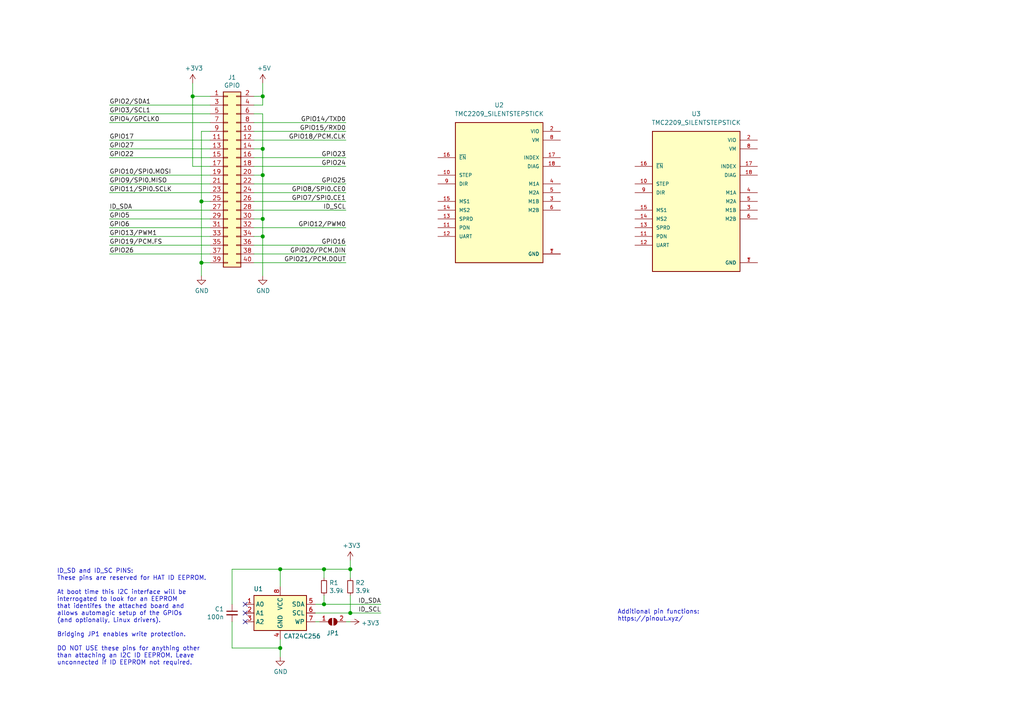
<source format=kicad_sch>
(kicad_sch (version 20231120) (generator "eeschema") (generator_version "8.0")
  (paper "A4")
  (title_block (date "15 nov 2012"))
  (lib_symbols
    (symbol "Connector_Generic:Conn_02x20_Odd_Even" (pin_names (offset 1.016) hide)
      (property "Reference" "J" (at 1.27 25.4 0))
      (property "Value" "Conn_02x20_Odd_Even" (at 1.27 -27.94 0))
      (symbol "Conn_02x20_Odd_Even_1_1"
        (rectangle (start -1.27 -25.273) (end 0 -25.527) (stroke (width 0.1524)))
        (rectangle (start -1.27 -22.733) (end 0 -22.987) (stroke (width 0.1524)))
        (rectangle (start -1.27 -20.193) (end 0 -20.447) (stroke (width 0.1524)))
        (rectangle (start -1.27 -17.653) (end 0 -17.907) (stroke (width 0.1524)))
        (rectangle (start -1.27 -15.113) (end 0 -15.367) (stroke (width 0.1524)))
        (rectangle (start -1.27 -12.573) (end 0 -12.827) (stroke (width 0.1524)))
        (rectangle (start -1.27 -10.033) (end 0 -10.287) (stroke (width 0.1524)))
        (rectangle (start -1.27 -7.493) (end 0 -7.747) (stroke (width 0.1524)))
        (rectangle (start -1.27 -4.953) (end 0 -5.207) (stroke (width 0.1524)))
        (rectangle (start -1.27 -2.413) (end 0 -2.667) (stroke (width 0.1524)))
        (rectangle (start -1.27 0.127) (end 0 -0.127) (stroke (width 0.1524)))
        (rectangle (start -1.27 2.667) (end 0 2.413) (stroke (width 0.1524)))
        (rectangle (start -1.27 5.207) (end 0 4.953) (stroke (width 0.1524)))
        (rectangle (start -1.27 7.747) (end 0 7.493) (stroke (width 0.1524)))
        (rectangle (start -1.27 10.287) (end 0 10.033) (stroke (width 0.1524)))
        (rectangle (start -1.27 12.827) (end 0 12.573) (stroke (width 0.1524)))
        (rectangle (start -1.27 15.367) (end 0 15.113) (stroke (width 0.1524)))
        (rectangle (start -1.27 17.907) (end 0 17.653) (stroke (width 0.1524)))
        (rectangle (start -1.27 20.447) (end 0 20.193) (stroke (width 0.1524)))
        (rectangle (start -1.27 22.987) (end 0 22.733) (stroke (width 0.1524)))
        (rectangle (start -1.27 24.13) (end 3.81 -26.67) (stroke (width 0.254)) (fill (type background)))
        (rectangle (start 3.81 -25.273) (end 2.54 -25.527) (stroke (width 0.1524)))
        (rectangle (start 3.81 -22.733) (end 2.54 -22.987) (stroke (width 0.1524)))
        (rectangle (start 3.81 -20.193) (end 2.54 -20.447) (stroke (width 0.1524)))
        (rectangle (start 3.81 -17.653) (end 2.54 -17.907) (stroke (width 0.1524)))
        (rectangle (start 3.81 -15.113) (end 2.54 -15.367) (stroke (width 0.1524)))
        (rectangle (start 3.81 -12.573) (end 2.54 -12.827) (stroke (width 0.1524)))
        (rectangle (start 3.81 -10.033) (end 2.54 -10.287) (stroke (width 0.1524)))
        (rectangle (start 3.81 -7.493) (end 2.54 -7.747) (stroke (width 0.1524)))
        (rectangle (start 3.81 -4.953) (end 2.54 -5.207) (stroke (width 0.1524)))
        (rectangle (start 3.81 -2.413) (end 2.54 -2.667) (stroke (width 0.1524)))
        (rectangle (start 3.81 0.127) (end 2.54 -0.127) (stroke (width 0.1524)))
        (rectangle (start 3.81 2.667) (end 2.54 2.413) (stroke (width 0.1524)))
        (rectangle (start 3.81 5.207) (end 2.54 4.953) (stroke (width 0.1524)))
        (rectangle (start 3.81 7.747) (end 2.54 7.493) (stroke (width 0.1524)))
        (rectangle (start 3.81 10.287) (end 2.54 10.033) (stroke (width 0.1524)))
        (rectangle (start 3.81 12.827) (end 2.54 12.573) (stroke (width 0.1524)))
        (rectangle (start 3.81 15.367) (end 2.54 15.113) (stroke (width 0.1524)))
        (rectangle (start 3.81 17.907) (end 2.54 17.653) (stroke (width 0.1524)))
        (rectangle (start 3.81 20.447) (end 2.54 20.193) (stroke (width 0.1524)))
        (rectangle (start 3.81 22.987) (end 2.54 22.733) (stroke (width 0.1524)))
        (pin passive line (at -5.08 22.86 0) (length 3.81) (name "Pin_1") (number "1"))
        (pin passive line (at 7.62 12.7 180) (length 3.81) (name "Pin_10") (number "10"))
        (pin passive line (at -5.08 10.16 0) (length 3.81) (name "Pin_11") (number "11"))
        (pin passive line (at 7.62 10.16 180) (length 3.81) (name "Pin_12") (number "12"))
        (pin passive line (at -5.08 7.62 0) (length 3.81) (name "Pin_13") (number "13"))
        (pin passive line (at 7.62 7.62 180) (length 3.81) (name "Pin_14") (number "14"))
        (pin passive line (at -5.08 5.08 0) (length 3.81) (name "Pin_15") (number "15"))
        (pin passive line (at 7.62 5.08 180) (length 3.81) (name "Pin_16") (number "16"))
        (pin passive line (at -5.08 2.54 0) (length 3.81) (name "Pin_17") (number "17"))
        (pin passive line (at 7.62 2.54 180) (length 3.81) (name "Pin_18") (number "18"))
        (pin passive line (at -5.08 0 0) (length 3.81) (name "Pin_19") (number "19"))
        (pin passive line (at 7.62 22.86 180) (length 3.81) (name "Pin_2") (number "2"))
        (pin passive line (at 7.62 0 180) (length 3.81) (name "Pin_20") (number "20"))
        (pin passive line (at -5.08 -2.54 0) (length 3.81) (name "Pin_21") (number "21"))
        (pin passive line (at 7.62 -2.54 180) (length 3.81) (name "Pin_22") (number "22"))
        (pin passive line (at -5.08 -5.08 0) (length 3.81) (name "Pin_23") (number "23"))
        (pin passive line (at 7.62 -5.08 180) (length 3.81) (name "Pin_24") (number "24"))
        (pin passive line (at -5.08 -7.62 0) (length 3.81) (name "Pin_25") (number "25"))
        (pin passive line (at 7.62 -7.62 180) (length 3.81) (name "Pin_26") (number "26"))
        (pin passive line (at -5.08 -10.16 0) (length 3.81) (name "Pin_27") (number "27"))
        (pin passive line (at 7.62 -10.16 180) (length 3.81) (name "Pin_28") (number "28"))
        (pin passive line (at -5.08 -12.7 0) (length 3.81) (name "Pin_29") (number "29"))
        (pin passive line (at -5.08 20.32 0) (length 3.81) (name "Pin_3") (number "3"))
        (pin passive line (at 7.62 -12.7 180) (length 3.81) (name "Pin_30") (number "30"))
        (pin passive line (at -5.08 -15.24 0) (length 3.81) (name "Pin_31") (number "31"))
        (pin passive line (at 7.62 -15.24 180) (length 3.81) (name "Pin_32") (number "32"))
        (pin passive line (at -5.08 -17.78 0) (length 3.81) (name "Pin_33") (number "33"))
        (pin passive line (at 7.62 -17.78 180) (length 3.81) (name "Pin_34") (number "34"))
        (pin passive line (at -5.08 -20.32 0) (length 3.81) (name "Pin_35") (number "35"))
        (pin passive line (at 7.62 -20.32 180) (length 3.81) (name "Pin_36") (number "36"))
        (pin passive line (at -5.08 -22.86 0) (length 3.81) (name "Pin_37") (number "37"))
        (pin passive line (at 7.62 -22.86 180) (length 3.81) (name "Pin_38") (number "38"))
        (pin passive line (at -5.08 -25.4 0) (length 3.81) (name "Pin_39") (number "39"))
        (pin passive line (at 7.62 20.32 180) (length 3.81) (name "Pin_4") (number "4"))
        (pin passive line (at 7.62 -25.4 180) (length 3.81) (name "Pin_40") (number "40"))
        (pin passive line (at -5.08 17.78 0) (length 3.81) (name "Pin_5") (number "5"))
        (pin passive line (at 7.62 17.78 180) (length 3.81) (name "Pin_6") (number "6"))
        (pin passive line (at -5.08 15.24 0) (length 3.81) (name "Pin_7") (number "7"))
        (pin passive line (at 7.62 15.24 180) (length 3.81) (name "Pin_8") (number "8"))
        (pin passive line (at -5.08 12.7 0) (length 3.81) (name "Pin_9") (number "9"))
      )
    )
    (symbol "Device:C_Small" (pin_numbers hide) (pin_names (offset 0.254) hide)
      (property "Reference" "C" (at 0.254 1.778 0))
      (property "Value" "C_Small" (at 0.254 -2.032 0))
      (symbol "C_Small_0_1"
        (polyline (pts (xy -1.524 -0.508) (xy 1.524 -0.508)) (stroke (width 0.3302)))
        (polyline (pts (xy -1.524 0.508) (xy 1.524 0.508)) (stroke (width 0.3048)))
      )
      (symbol "C_Small_1_1"
        (pin passive line (at 0 2.54 270) (length 2.032) (name "~") (number "1"))
        (pin passive line (at 0 -2.54 90) (length 2.032) (name "~") (number "2"))
      )
    )
    (symbol "Device:R_Small" (pin_numbers hide) (pin_names (offset 0.254) hide)
      (property "Reference" "R" (at 0.762 0.508 0))
      (property "Value" "R_Small" (at 0.762 -1.016 0))
      (symbol "R_Small_0_1"
        (rectangle (start -0.762 1.778) (end 0.762 -1.778) (stroke (width 0.2032)))
      )
      (symbol "R_Small_1_1"
        (pin passive line (at 0 2.54 270) (length 0.762) (name "~") (number "1"))
        (pin passive line (at 0 -2.54 90) (length 0.762) (name "~") (number "2"))
      )
    )
    (symbol "Jumper:SolderJumper_2_Open" (pin_names (offset 0) hide)
      (property "Reference" "JP" (at 0 2.032 0))
      (property "Value" "SolderJumper_2_Open" (at 0 -2.54 0))
      (symbol "SolderJumper_2_Open_0_1"
        (arc (start -0.254 1.016) (mid -1.2656 0) (end -0.254 -1.016))
        (arc (start -0.254 1.016) (mid -1.2656 0) (end -0.254 -1.016) (fill (type outline)))
        (polyline (pts (xy -0.254 1.016) (xy -0.254 -1.016)))
        (polyline (pts (xy 0.254 1.016) (xy 0.254 -1.016)))
        (arc (start 0.254 -1.016) (mid 1.2656 0) (end 0.254 1.016))
        (arc (start 0.254 -1.016) (mid 1.2656 0) (end 0.254 1.016) (fill (type outline)))
      )
      (symbol "SolderJumper_2_Open_1_1"
        (pin passive line (at -3.81 0 0) (length 2.54) (name "A") (number "1"))
        (pin passive line (at 3.81 0 180) (length 2.54) (name "B") (number "2"))
      )
    )
    (symbol "Memory_EEPROM:CAT24C256"
      (property "Reference" "U" (at -6.35 6.35 0))
      (property "Value" "CAT24C256" (at 1.27 6.35 0))
      (symbol "CAT24C256_1_1"
        (rectangle (start -7.62 5.08) (end 7.62 -5.08) (stroke (width 0.254)) (fill (type background)))
        (pin input line (at -10.16 2.54 0) (length 2.54) (name "A0") (number "1"))
        (pin input line (at -10.16 0 0) (length 2.54) (name "A1") (number "2"))
        (pin input line (at -10.16 -2.54 0) (length 2.54) (name "A2") (number "3"))
        (pin power_in line (at 0 -7.62 90) (length 2.54) (name "GND") (number "4"))
        (pin bidirectional line (at 10.16 2.54 180) (length 2.54) (name "SDA") (number "5"))
        (pin input line (at 10.16 0 180) (length 2.54) (name "SCL") (number "6"))
        (pin input line (at 10.16 -2.54 180) (length 2.54) (name "WP") (number "7"))
        (pin power_in line (at 0 7.62 270) (length 2.54) (name "VCC") (number "8"))
      )
    )
    (symbol "TMC2209_SILENTSTEPSTICK:TMC2209_SILENTSTEPSTICK" (pin_names (offset 1.016))
      (property "Reference" "U" (at -12.7 22.86 0))
      (property "Value" "TMC2209_SILENTSTEPSTICK" (at -12.7 -22.86 0))
      (symbol "TMC2209_SILENTSTEPSTICK_0_0"
        (rectangle (start -12.7 -20.32) (end 12.7 20.32) (stroke (width 0.254)) (fill (type background)))
        (pin power_in line (at 17.78 -17.78 180) (length 5.08) (name "GND") (number "1"))
        (pin input line (at -17.78 5.08 0) (length 5.08) (name "STEP") (number "10"))
        (pin bidirectional line (at -17.78 -10.16 0) (length 5.08) (name "PDN") (number "11"))
        (pin bidirectional line (at -17.78 -12.7 0) (length 5.08) (name "UART") (number "12"))
        (pin input line (at -17.78 -7.62 0) (length 5.08) (name "SPRD") (number "13"))
        (pin input line (at -17.78 -5.08 0) (length 5.08) (name "MS2") (number "14"))
        (pin input line (at -17.78 -2.54 0) (length 5.08) (name "MS1") (number "15"))
        (pin input line (at -17.78 10.16 0) (length 5.08) (name "~{EN}") (number "16"))
        (pin output line (at 17.78 10.16 180) (length 5.08) (name "INDEX") (number "17"))
        (pin output line (at 17.78 7.62 180) (length 5.08) (name "DIAG") (number "18"))
        (pin power_in line (at 17.78 17.78 180) (length 5.08) (name "VIO") (number "2"))
        (pin output line (at 17.78 -2.54 180) (length 5.08) (name "M1B") (number "3"))
        (pin output line (at 17.78 2.54 180) (length 5.08) (name "M1A") (number "4"))
        (pin output line (at 17.78 0 180) (length 5.08) (name "M2A") (number "5"))
        (pin output line (at 17.78 -5.08 180) (length 5.08) (name "M2B") (number "6"))
        (pin power_in line (at 17.78 -17.78 180) (length 5.08) (name "GND") (number "7"))
        (pin power_in line (at 17.78 15.24 180) (length 5.08) (name "VM") (number "8"))
        (pin input line (at -17.78 2.54 0) (length 5.08) (name "DIR") (number "9"))
      )
    )
    (symbol "power:+3.3V" (power) (pin_names (offset 0))
      (property "Value" "+3.3V" (at 0 3.556 0))
      (symbol "+3.3V_0_1"
        (polyline (pts (xy -0.762 1.27) (xy 0 2.54)))
        (polyline (pts (xy 0 0) (xy 0 2.54)))
        (polyline (pts (xy 0 2.54) (xy 0.762 1.27)))
      )
      (symbol "+3.3V_1_1"
        (pin power_in line (at 0 0 90) (length 0) hide (name "+3V3") (number "1"))
      )
    )
    (symbol "power:+5V" (power) (pin_names (offset 0))
      (property "Value" "+5V" (at 0 3.556 0))
      (symbol "+5V_0_1"
        (polyline (pts (xy -0.762 1.27) (xy 0 2.54)))
        (polyline (pts (xy 0 0) (xy 0 2.54)))
        (polyline (pts (xy 0 2.54) (xy 0.762 1.27)))
      )
      (symbol "+5V_1_1"
        (pin power_in line (at 0 0 90) (length 0) hide (name "+5V") (number "1"))
      )
    )
    (symbol "power:GND" (power) (pin_names (offset 0))
      (property "Value" "GND" (at 0 -3.81 0))
      (symbol "GND_0_1"
        (polyline (pts (xy 0 0) (xy 0 -1.27) (xy 1.27 -1.27) (xy 0 -2.54) (xy -1.27 -1.27) (xy 0 -1.27)))
      )
      (symbol "GND_1_1"
        (pin power_in line (at 0 0 270) (length 0) hide (name "GND") (number "1"))
      )
    )
  )
  (junction (at 93.98 175.26) (diameter 1.016))
  (junction (at 76.2 27.94) (diameter 1.016))
  (junction (at 81.28 187.96) (diameter 1.016))
  (junction (at 76.2 43.18) (diameter 1.016))
  (junction (at 81.28 165.1) (diameter 1.016))
  (junction (at 101.6 165.1) (diameter 1.016))
  (junction (at 58.42 76.2) (diameter 1.016))
  (junction (at 58.42 58.42) (diameter 1.016))
  (junction (at 76.2 68.58) (diameter 1.016))
  (junction (at 76.2 63.5) (diameter 1.016))
  (junction (at 76.2 50.8) (diameter 1.016))
  (junction (at 101.6 177.8) (diameter 1.016))
  (junction (at 55.88 27.94) (diameter 1.016))
  (junction (at 93.98 165.1) (diameter 1.016))
  (no_connect (at 71.12 175.26))
  (no_connect (at 71.12 177.8))
  (no_connect (at 71.12 180.34))
  (wire (pts (xy 58.42 58.42) (xy 58.42 76.2)))
  (wire (pts (xy 73.66 58.42) (xy 100.33 58.42)))
  (wire (pts (xy 60.96 40.64) (xy 31.75 40.64)))
  (wire (pts (xy 81.28 165.1) (xy 93.98 165.1)))
  (wire (pts (xy 101.6 165.1) (xy 93.98 165.1)))
  (wire (pts (xy 101.6 167.64) (xy 101.6 165.1)))
  (wire (pts (xy 76.2 33.02) (xy 76.2 43.18)))
  (wire (pts (xy 76.2 50.8) (xy 73.66 50.8)))
  (wire (pts (xy 76.2 63.5) (xy 76.2 68.58)))
  (wire (pts (xy 76.2 50.8) (xy 76.2 63.5)))
  (wire (pts (xy 73.66 35.56) (xy 100.33 35.56)))
  (wire (pts (xy 58.42 38.1) (xy 58.42 58.42)))
  (wire (pts (xy 91.44 175.26) (xy 93.98 175.26)))
  (wire (pts (xy 93.98 175.26) (xy 110.49 175.26)))
  (wire (pts (xy 58.42 38.1) (xy 60.96 38.1)))
  (wire (pts (xy 91.44 180.34) (xy 92.71 180.34)))
  (wire (pts (xy 100.33 180.34) (xy 101.6 180.34)))
  (wire (pts (xy 73.66 55.88) (xy 100.33 55.88)))
  (wire (pts (xy 60.96 60.96) (xy 31.75 60.96)))
  (wire (pts (xy 31.75 63.5) (xy 60.96 63.5)))
  (wire (pts (xy 58.42 58.42) (xy 60.96 58.42)))
  (wire (pts (xy 101.6 162.56) (xy 101.6 165.1)))
  (wire (pts (xy 73.66 45.72) (xy 100.33 45.72)))
  (wire (pts (xy 81.28 165.1) (xy 81.28 170.18)))
  (wire (pts (xy 73.66 76.2) (xy 100.33 76.2)))
  (wire (pts (xy 58.42 76.2) (xy 58.42 80.01)))
  (wire (pts (xy 31.75 43.18) (xy 60.96 43.18)))
  (wire (pts (xy 101.6 172.72) (xy 101.6 177.8)))
  (wire (pts (xy 55.88 24.13) (xy 55.88 27.94)))
  (wire (pts (xy 76.2 68.58) (xy 73.66 68.58)))
  (wire (pts (xy 31.75 33.02) (xy 60.96 33.02)))
  (wire (pts (xy 31.75 55.88) (xy 60.96 55.88)))
  (wire (pts (xy 55.88 48.26) (xy 60.96 48.26)))
  (wire (pts (xy 60.96 30.48) (xy 31.75 30.48)))
  (wire (pts (xy 76.2 27.94) (xy 76.2 30.48)))
  (wire (pts (xy 76.2 43.18) (xy 76.2 50.8)))
  (wire (pts (xy 73.66 40.64) (xy 100.33 40.64)))
  (wire (pts (xy 76.2 43.18) (xy 73.66 43.18)))
  (wire (pts (xy 76.2 24.13) (xy 76.2 27.94)))
  (wire (pts (xy 31.75 35.56) (xy 60.96 35.56)))
  (wire (pts (xy 93.98 165.1) (xy 93.98 167.64)))
  (wire (pts (xy 76.2 27.94) (xy 73.66 27.94)))
  (wire (pts (xy 55.88 27.94) (xy 55.88 48.26)))
  (wire (pts (xy 73.66 48.26) (xy 100.33 48.26)))
  (wire (pts (xy 73.66 38.1) (xy 100.33 38.1)))
  (wire (pts (xy 93.98 172.72) (xy 93.98 175.26)))
  (wire (pts (xy 91.44 177.8) (xy 101.6 177.8)))
  (wire (pts (xy 101.6 177.8) (xy 110.49 177.8)))
  (wire (pts (xy 31.75 45.72) (xy 60.96 45.72)))
  (wire (pts (xy 31.75 53.34) (xy 60.96 53.34)))
  (wire (pts (xy 31.75 66.04) (xy 60.96 66.04)))
  (wire (pts (xy 76.2 30.48) (xy 73.66 30.48)))
  (wire (pts (xy 31.75 71.12) (xy 60.96 71.12)))
  (wire (pts (xy 73.66 71.12) (xy 100.33 71.12)))
  (wire (pts (xy 73.66 66.04) (xy 100.33 66.04)))
  (wire (pts (xy 58.42 76.2) (xy 60.96 76.2)))
  (wire (pts (xy 73.66 73.66) (xy 100.33 73.66)))
  (wire (pts (xy 76.2 33.02) (xy 73.66 33.02)))
  (wire (pts (xy 31.75 73.66) (xy 60.96 73.66)))
  (wire (pts (xy 67.31 165.1) (xy 67.31 175.26)))
  (wire (pts (xy 67.31 180.34) (xy 67.31 187.96)))
  (wire (pts (xy 67.31 187.96) (xy 81.28 187.96)))
  (wire (pts (xy 81.28 165.1) (xy 67.31 165.1)))
  (wire (pts (xy 81.28 185.42) (xy 81.28 187.96)))
  (wire (pts (xy 81.28 187.96) (xy 81.28 190.5)))
  (wire (pts (xy 76.2 68.58) (xy 76.2 80.01)))
  (wire (pts (xy 73.66 53.34) (xy 100.33 53.34)))
  (wire (pts (xy 60.96 68.58) (xy 31.75 68.58)))
  (wire (pts (xy 76.2 63.5) (xy 73.66 63.5)))
  (wire (pts (xy 55.88 27.94) (xy 60.96 27.94)))
  (wire (pts (xy 60.96 50.8) (xy 31.75 50.8)))
  (wire (pts (xy 73.66 60.96) (xy 100.33 60.96)))
  (text "Additional pin functions:\nhttps://pinout.xyz/" (at 179.07 180.34 0) (effects (font (size 1.27 1.27)) (justify left bottom)))
  (text "ID_SD and ID_SC PINS:\nThese pins are reserved for HAT ID EEPROM.\n\nAt boot time this I2C interface will be\ninterrogated to look for an EEPROM\nthat identifes the attached board and\nallows automagic setup of the GPIOs\n(and optionally, Linux drivers).\n\nBridging JP1 enables write protection.\n\nDO NOT USE these pins for anything other\nthan attaching an I2C ID EEPROM. Leave\nunconnected if ID EEPROM not required." (at 16.51 193.04 0) (effects (font (size 1.27 1.27)) (justify left bottom)))
  (label "ID_SDA" (at 31.75 60.96 0))
  (label "GPIO6" (at 31.75 66.04 0))
  (label "ID_SDA" (at 110.49 175.26 180))
  (label "ID_SCL" (at 100.33 60.96 180))
  (label "GPIO5" (at 31.75 63.5 0))
  (label "GPIO21{slash}PCM.DOUT" (at 100.33 76.2 180))
  (label "GPIO19{slash}PCM.FS" (at 31.75 71.12 0))
  (label "GPIO10{slash}SPI0.MOSI" (at 31.75 50.8 0))
  (label "GPIO9{slash}SPI0.MISO" (at 31.75 53.34 0))
  (label "GPIO23" (at 100.33 45.72 180))
  (label "GPIO4{slash}GPCLK0" (at 31.75 35.56 0))
  (label "GPIO27" (at 31.75 43.18 0))
  (label "GPIO26" (at 31.75 73.66 0))
  (label "GPIO14{slash}TXD0" (at 100.33 35.56 180))
  (label "GPIO8{slash}SPI0.CE0" (at 100.33 55.88 180))
  (label "GPIO15{slash}RXD0" (at 100.33 38.1 180))
  (label "GPIO16" (at 100.33 71.12 180))
  (label "GPIO22" (at 31.75 45.72 0))
  (label "GPIO2{slash}SDA1" (at 31.75 30.48 0))
  (label "GPIO17" (at 31.75 40.64 0))
  (label "GPIO25" (at 100.33 53.34 180))
  (label "GPIO3{slash}SCL1" (at 31.75 33.02 0))
  (label "GPIO18{slash}PCM.CLK" (at 100.33 40.64 180))
  (label "GPIO12{slash}PWM0" (at 100.33 66.04 180))
  (label "GPIO13{slash}PWM1" (at 31.75 68.58 0))
  (label "GPIO20{slash}PCM.DIN" (at 100.33 73.66 180))
  (label "GPIO24" (at 100.33 48.26 180))
  (label "GPIO7{slash}SPI0.CE1" (at 100.33 58.42 180))
  (label "ID_SCL" (at 110.49 177.8 180))
  (label "GPIO11{slash}SPI0.SCLK" (at 31.75 55.88 0))
  (symbol (lib_id "power:+5V") (at 76.2 24.13 0) (unit 1)
    (property "Reference" "#PWR01" (effects (hide yes)))
    (property "Value" "+5V" (at 76.5683 19.8056 0))
  )
  (symbol (lib_id "power:+3.3V") (at 55.88 24.13 0) (unit 1)
    (property "Reference" "#PWR04" (effects (hide yes)))
    (property "Value" "+3V3" (at 56.2483 19.8056 0))
  )
  (symbol (lib_id "power:GND") (at 76.2 80.01 0) (unit 1)
    (property "Reference" "#PWR02" (effects (hide yes)))
    (property "Value" "GND" (at 76.3143 84.3344 0))
  )
  (symbol (lib_id "power:GND") (at 58.42 80.01 0) (unit 1)
    (property "Reference" "#PWR03" (effects (hide yes)))
    (property "Value" "GND" (at 58.5343 84.3344 0))
  )
  (symbol (lib_id "Connector_Generic:Conn_02x20_Odd_Even") (at 66.04 50.8 0) (unit 1)
    (property "Reference" "J1" (at 67.31 22.4598 0))
    (property "Value" "GPIO" (at 67.31 24.765 0))
    (property "Footprint" "Connector_PinSocket_2.54mm:PinSocket_2x20_P2.54mm_Vertical" (effects (hide yes)))
  )
  (symbol (lib_id "Device:C_Small") (at 67.31 177.8 0) (unit 1)
    (property "Reference" "C1" (at 64.9858 176.6506 0) (effects (justify right)))
    (property "Value" "100n" (at 64.9858 178.9493 0) (effects (justify right)))
  )
  (symbol (lib_id "Device:R_Small") (at 93.98 170.18 0) (unit 1)
    (property "Reference" "R1" (at 95.4786 169.037 0) (effects (justify left)))
    (property "Value" "3.9k" (at 95.4787 171.3293 0) (effects (justify left)))
  )
  (symbol (lib_id "TMC2209_SILENTSTEPSTICK:TMC2209_SILENTSTEPSTICK") (at 201.93 58.42 0) (unit 1)
    (property "Reference" "U3" (at 201.93 33.02 0))
    (property "Value" "TMC2209_SILENTSTEPSTICK" (at 201.93 35.56 0))
    (property "Footprint" "TMC2209_SILENTSTEPSTICK:MODULE_TMC2209_SILENTSTEPSTICK" (effects (hide yes)))
    (property "MF" "Trinamic Motion Control GmbH" (effects (hide yes)))
    (property "Description_1" "\nTMC2209 Motor Controller/Driver Power Management Evaluation Board\n" (effects (hide yes)))
    (property "Package" "None" (effects (hide yes)))
    (property "Price" "None" (effects (hide yes)))
    (property "Check_prices" "https://www.snapeda.com/parts/TMC2209%20SILENTSTEPSTICK/Trinamic+Motion+Control+GmbH/view-part/?ref=eda" (effects (hide yes)))
    (property "STANDARD" "Manufacturer Recommendations" (effects (hide yes)))
    (property "PARTREV" "1.20" (effects (hide yes)))
    (property "SnapEDA_Link" "https://www.snapeda.com/parts/TMC2209%20SILENTSTEPSTICK/Trinamic+Motion+Control+GmbH/view-part/?ref=snap" (effects (hide yes)))
    (property "MP" "TMC2209 SILENTSTEPSTICK" (effects (hide yes)))
    (property "MANUFACTURER" "Trinamic Motion Control GmbH" (effects (hide yes)))
    (property "Availability" "In Stock" (effects (hide yes)))
    (property "SNAPEDA_PN" "TMC2209 SILENTSTEPSTICK" (effects (hide yes)))
  )
  (symbol (lib_id "Jumper:SolderJumper_2_Open") (at 96.52 180.34 0) (unit 1)
    (property "Reference" "JP1" (at 96.52 183.623 0))
    (property "Value" "ID_WP" (effects (hide yes)))
  )
  (symbol (lib_id "Device:R_Small") (at 101.6 170.18 0) (unit 1)
    (property "Reference" "R2" (at 103.0986 169.037 0) (effects (justify left)))
    (property "Value" "3.9k" (at 103.0987 171.3293 0) (effects (justify left)))
  )
  (symbol (lib_id "power:+3.3V") (at 101.6 162.56 0) (unit 1)
    (property "Reference" "#PWR0101" (effects (hide yes)))
    (property "Value" "+3V3" (at 101.9683 158.2356 0))
  )
  (symbol (lib_id "Memory_EEPROM:CAT24C256") (at 81.28 177.8 0) (unit 1)
    (property "Reference" "U1" (at 74.93 170.7958 0))
    (property "Value" "CAT24C256" (at 87.63 184.5245 0))
    (property "Datasheet" "https://www.onsemi.cn/PowerSolutions/document/CAT24C256-D.PDF" (effects (hide yes)))
  )
  (symbol (lib_id "power:GND") (at 81.28 190.5 0) (unit 1)
    (property "Reference" "#PWR0102" (effects (hide yes)))
    (property "Value" "GND" (at 81.3943 194.8244 0))
  )
  (symbol (lib_id "power:+3.3V") (at 101.6 180.34 270) (unit 1)
    (property "Reference" "#PWR0103" (effects (hide yes)))
    (property "Value" "+3V3" (at 104.7751 180.7083 90) (effects (justify left)))
  )
  (symbol (lib_id "TMC2209_SILENTSTEPSTICK:TMC2209_SILENTSTEPSTICK") (at 144.78 55.88 0) (unit 1)
    (property "Reference" "U2" (at 144.78 30.48 0))
    (property "Value" "TMC2209_SILENTSTEPSTICK" (at 144.78 33.02 0))
    (property "Footprint" "TMC2209_SILENTSTEPSTICK:MODULE_TMC2209_SILENTSTEPSTICK" (effects (hide yes)))
    (property "MF" "Trinamic Motion Control GmbH" (effects (hide yes)))
    (property "Description_1" "\nTMC2209 Motor Controller/Driver Power Management Evaluation Board\n" (effects (hide yes)))
    (property "Package" "None" (effects (hide yes)))
    (property "Price" "None" (effects (hide yes)))
    (property "Check_prices" "https://www.snapeda.com/parts/TMC2209%20SILENTSTEPSTICK/Trinamic+Motion+Control+GmbH/view-part/?ref=eda" (effects (hide yes)))
    (property "STANDARD" "Manufacturer Recommendations" (effects (hide yes)))
    (property "PARTREV" "1.20" (effects (hide yes)))
    (property "SnapEDA_Link" "https://www.snapeda.com/parts/TMC2209%20SILENTSTEPSTICK/Trinamic+Motion+Control+GmbH/view-part/?ref=snap" (effects (hide yes)))
    (property "MP" "TMC2209 SILENTSTEPSTICK" (effects (hide yes)))
    (property "MANUFACTURER" "Trinamic Motion Control GmbH" (effects (hide yes)))
    (property "Availability" "In Stock" (effects (hide yes)))
    (property "SNAPEDA_PN" "TMC2209 SILENTSTEPSTICK" (effects (hide yes)))
  )
)
</source>
